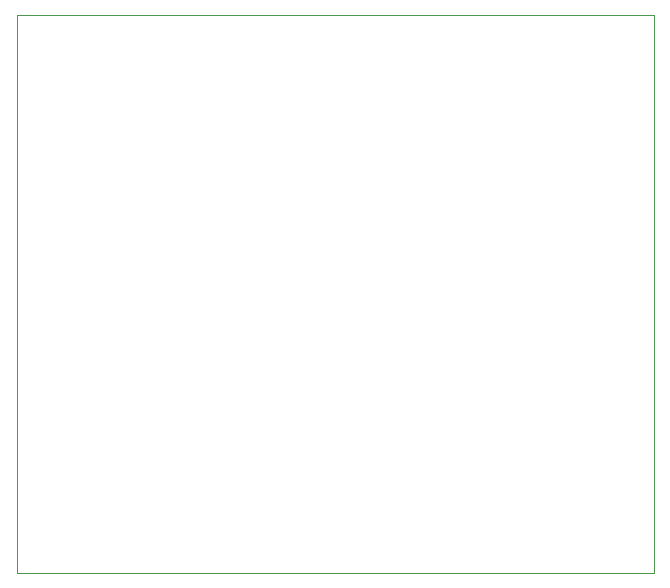
<source format=gbr>
%TF.GenerationSoftware,KiCad,Pcbnew,7.0.7*%
%TF.CreationDate,2023-10-20T12:33:55-04:00*%
%TF.ProjectId,Capstone-board-v1,43617073-746f-46e6-952d-626f6172642d,rev?*%
%TF.SameCoordinates,Original*%
%TF.FileFunction,Profile,NP*%
%FSLAX46Y46*%
G04 Gerber Fmt 4.6, Leading zero omitted, Abs format (unit mm)*
G04 Created by KiCad (PCBNEW 7.0.7) date 2023-10-20 12:33:55*
%MOMM*%
%LPD*%
G01*
G04 APERTURE LIST*
%TA.AperFunction,Profile*%
%ADD10C,0.100000*%
%TD*%
G04 APERTURE END LIST*
D10*
X21992000Y-19608000D02*
X75932000Y-19608000D01*
X75932000Y-66928000D01*
X21992000Y-66928000D01*
X21992000Y-19608000D01*
M02*

</source>
